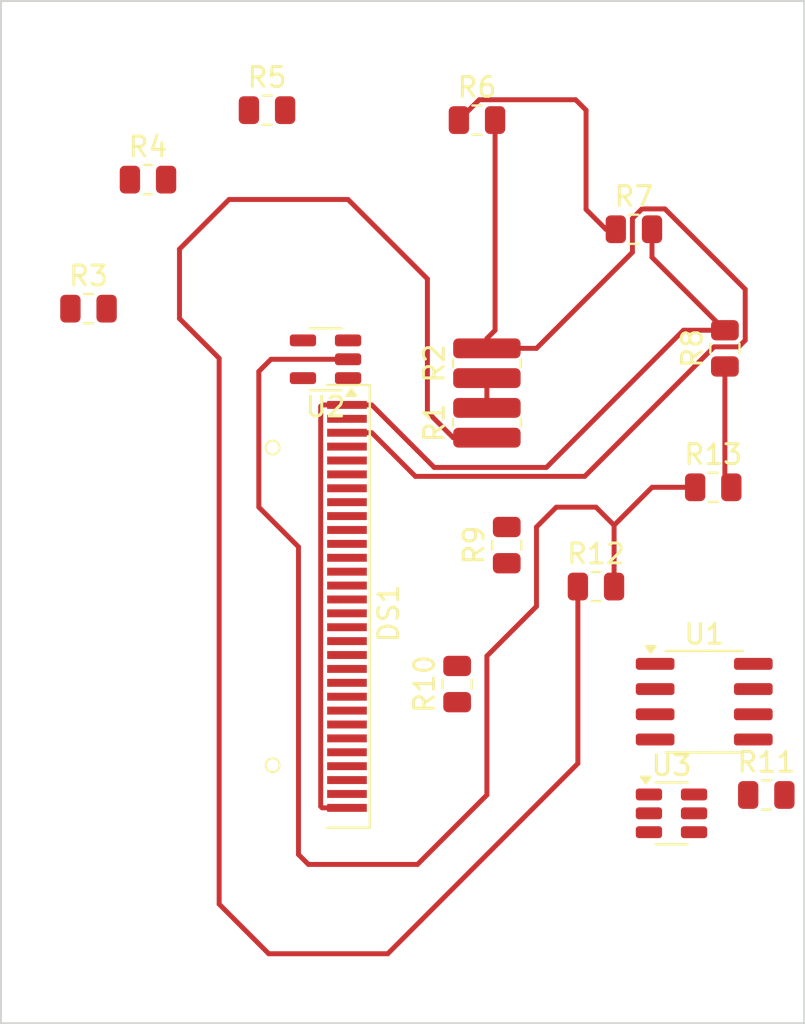
<source format=kicad_pcb>
(kicad_pcb (version 20240108) (generator "pcbnew") (generator_version "8.0")
  (layers (0 "F.Cu" signal) (31 "B.Cu" signal) (34 "B.Paste" user) (35 "F.Paste" user) (36 "B.SilkS" user "B.Silkscreen") (37 "F.SilkS" user "F.Silkscreen") (38 "B.Mask" user) (39 "F.Mask" user) (44 "Edge.Cuts" user))
  (net 0 "")
  (net 17 "Net-(DS1-GND-Pad1)")
  (net 30 "Net-(U2-V-)")
  (net 60 "Net-(R1-Pad1)")
  (net 61 "Net-(R1-Pad2)")
  (net 62 "Net-(R6-Pad1)")
  (net 63 "Net-(DS1-VCC)")
  (net 64 "Net-(R13-Pad2)")
  (footprint "Package_SO:SOIC-8_3.9x4.9mm_P1.27mm" (layer "F.Cu") (at 50.4575 70.8)
    (property "Reference" "U1" (at 0 -3.4 0) (layer "F.SilkS"))
    (property "Value" "LM555xM")
    (fp_line (start 0 -2.56) (end -1.95 -2.56) (stroke (width 0.12)) (layer "F.SilkS"))
    (fp_line (start 0 -2.56) (end 1.95 -2.56) (stroke (width 0.12)) (layer "F.SilkS"))
    (fp_line (start 0 2.56) (end -1.95 2.56) (stroke (width 0.12)) (layer "F.SilkS"))
    (fp_line (start 0 2.56) (end 1.95 2.56) (stroke (width 0.12)) (layer "F.SilkS"))
    (fp_poly (pts (xy -2.7 -2.465) (xy -2.94 -2.795) (xy -2.46 -2.795) (xy -2.7 -2.465)) (stroke (width 0.12)) (fill solid) (layer "F.SilkS"))
    (pad "1" smd roundrect (at -2.475 -1.905) (size 1.95 0.6) (layers "F.Cu" "F.Paste" "F.Mask"))
    (pad "2" smd roundrect (at -2.475 -0.635) (size 1.95 0.6) (layers "F.Cu" "F.Paste" "F.Mask"))
    (pad "3" smd roundrect (at -2.475 0.635) (size 1.95 0.6) (layers "F.Cu" "F.Paste" "F.Mask"))
    (pad "4" smd roundrect (at -2.475 1.905) (size 1.95 0.6) (layers "F.Cu" "F.Paste" "F.Mask"))
    (pad "5" smd roundrect (at 2.475 1.905) (size 1.95 0.6) (layers "F.Cu" "F.Paste" "F.Mask"))
    (pad "6" smd roundrect (at 2.475 0.635) (size 1.95 0.6) (layers "F.Cu" "F.Paste" "F.Mask"))
    (pad "7" smd roundrect (at 2.475 -0.635) (size 1.95 0.6) (layers "F.Cu" "F.Paste" "F.Mask"))
    (pad "8" smd roundrect (at 2.475 -1.905) (size 1.95 0.6) (layers "F.Cu" "F.Paste" "F.Mask"))
  )
  (footprint "Resistor_SMD:R_0805_2012Metric" (layer "F.Cu") (at 45 65)
    (property "Reference" "R12" (at 0 -1.65 0) (layer "F.SilkS"))
    (property "Value" "R")
    (fp_line (start -0.227064 -0.735) (end 0.227064 -0.735) (stroke (width 0.12)) (layer "F.SilkS"))
    (fp_line (start -0.227064 0.735) (end 0.227064 0.735) (stroke (width 0.12)) (layer "F.SilkS"))
    (pad "1" smd roundrect (at -0.9125 0) (size 1.025 1.4) (layers "F.Cu" "F.Paste" "F.Mask") (roundrect_rratio 0.243902) (net 60 "Net-(R1-Pad1)"))
    (pad "2" smd roundrect (at 0.9125 0) (size 1.025 1.4) (layers "F.Cu" "F.Paste" "F.Mask") (roundrect_rratio 0.243902) (net 30 "Net-(U2-V-)"))
  )
  (footprint "Resistor_SMD:R_0612_1632Metric" (layer "F.Cu") (at 39.5 56.75 90)
    (property "Reference" "R1" (at 0 -2.65 90) (layer "F.SilkS"))
    (property "Value" "R")
    (fp_line (start -0.182983 -1.71) (end 0.182983 -1.71) (stroke (width 0.12)) (layer "F.SilkS"))
    (fp_line (start -0.182983 1.71) (end 0.182983 1.71) (stroke (width 0.12)) (layer "F.SilkS"))
    (pad "1" smd roundrect (at -0.75 0 90) (size 1 3.4) (layers "F.Cu" "F.Paste" "F.Mask") (net 60 "Net-(R1-Pad1)"))
    (pad "2" smd roundrect (at 0.75 0 90) (size 1 3.4) (layers "F.Cu" "F.Paste" "F.Mask") (net 61 "Net-(R1-Pad2)"))
  )
  (footprint "Resistor_SMD:R_0805_2012Metric" (layer "F.Cu") (at 22.4125 44.5)
    (property "Reference" "R4" (at 0 -1.65 0) (layer "F.SilkS"))
    (property "Value" "R")
    (fp_line (start -0.227064 -0.735) (end 0.227064 -0.735) (stroke (width 0.12)) (layer "F.SilkS"))
    (fp_line (start -0.227064 0.735) (end 0.227064 0.735) (stroke (width 0.12)) (layer "F.SilkS"))
    (pad "1" smd roundrect (at -0.9125 0) (size 1.025 1.4) (layers "F.Cu" "F.Paste" "F.Mask") (roundrect_rratio 0.243902))
    (pad "2" smd roundrect (at 0.9125 0) (size 1.025 1.4) (layers "F.Cu" "F.Paste" "F.Mask") (roundrect_rratio 0.243902))
  )
  (footprint "Package_TO_SOT_SMD:SOT-23-6" (layer "F.Cu") (at 48.8075 76.425)
    (property "Reference" "U3" (at 0 -2.4 0) (layer "F.SilkS"))
    (property "Value" "ADA4841-1YRJ")
    (fp_line (start 0 -1.56) (end -0.8 -1.56) (stroke (width 0.12)) (layer "F.SilkS"))
    (fp_line (start 0 -1.56) (end 0.8 -1.56) (stroke (width 0.12)) (layer "F.SilkS"))
    (fp_line (start 0 1.56) (end -0.8 1.56) (stroke (width 0.12)) (layer "F.SilkS"))
    (fp_line (start 0 1.56) (end 0.8 1.56) (stroke (width 0.12)) (layer "F.SilkS"))
    (fp_poly (pts (xy -1.3 -1.51) (xy -1.54 -1.84) (xy -1.06 -1.84) (xy -1.3 -1.51)) (stroke (width 0.12)) (fill solid) (layer "F.SilkS"))
    (pad "1" smd roundrect (at -1.1375 -0.95) (size 1.325 0.6) (layers "F.Cu" "F.Paste" "F.Mask"))
    (pad "2" smd roundrect (at -1.1375 0) (size 1.325 0.6) (layers "F.Cu" "F.Paste" "F.Mask"))
    (pad "3" smd roundrect (at -1.1375 0.95) (size 1.325 0.6) (layers "F.Cu" "F.Paste" "F.Mask"))
    (pad "4" smd roundrect (at 1.1375 0.95) (size 1.325 0.6) (layers "F.Cu" "F.Paste" "F.Mask"))
    (pad "5" smd roundrect (at 1.1375 0) (size 1.325 0.6) (layers "F.Cu" "F.Paste" "F.Mask"))
    (pad "6" smd roundrect (at 1.1375 -0.95) (size 1.325 0.6) (layers "F.Cu" "F.Paste" "F.Mask"))
  )
  (footprint "Resistor_SMD:R_0612_1632Metric" (layer "F.Cu") (at 39.5 53.75 90)
    (property "Reference" "R2" (at 0 -2.65 90) (layer "F.SilkS"))
    (property "Value" "R")
    (fp_line (start -0.182983 -1.71) (end 0.182983 -1.71) (stroke (width 0.12)) (layer "F.SilkS"))
    (fp_line (start -0.182983 1.71) (end 0.182983 1.71) (stroke (width 0.12)) (layer "F.SilkS"))
    (pad "1" smd roundrect (at -0.75 0 90) (size 1 3.4) (layers "F.Cu" "F.Paste" "F.Mask") (net 61 "Net-(R1-Pad2)"))
    (pad "2" smd roundrect (at 0.75 0 90) (size 1 3.4) (layers "F.Cu" "F.Paste" "F.Mask") (net 63 "Net-(DS1-VCC)"))
  )
  (footprint "Resistor_SMD:R_0805_2012Metric" (layer "F.Cu") (at 50.9125 60)
    (property "Reference" "R13" (at 0 -1.65 0) (layer "F.SilkS"))
    (property "Value" "R")
    (fp_line (start -0.227064 -0.735) (end 0.227064 -0.735) (stroke (width 0.12)) (layer "F.SilkS"))
    (fp_line (start -0.227064 0.735) (end 0.227064 0.735) (stroke (width 0.12)) (layer "F.SilkS"))
    (pad "1" smd roundrect (at -0.9125 0) (size 1.025 1.4) (layers "F.Cu" "F.Paste" "F.Mask") (roundrect_rratio 0.243902) (net 30 "Net-(U2-V-)"))
    (pad "2" smd roundrect (at 0.9125 0) (size 1.025 1.4) (layers "F.Cu" "F.Paste" "F.Mask") (roundrect_rratio 0.243902) (net 64 "Net-(R13-Pad2)"))
  )
  (footprint "Resistor_SMD:R_0805_2012Metric" (layer "F.Cu") (at 39 41.5)
    (property "Reference" "R6" (at 0 -1.65 0) (layer "F.SilkS"))
    (property "Value" "R")
    (fp_line (start -0.227064 -0.735) (end 0.227064 -0.735) (stroke (width 0.12)) (layer "F.SilkS"))
    (fp_line (start -0.227064 0.735) (end 0.227064 0.735) (stroke (width 0.12)) (layer "F.SilkS"))
    (pad "1" smd roundrect (at -0.9125 0) (size 1.025 1.4) (layers "F.Cu" "F.Paste" "F.Mask") (roundrect_rratio 0.243902) (net 62 "Net-(R6-Pad1)"))
    (pad "2" smd roundrect (at 0.9125 0) (size 1.025 1.4) (layers "F.Cu" "F.Paste" "F.Mask") (roundrect_rratio 0.243902) (net 63 "Net-(DS1-VCC)"))
  )
  (footprint "Resistor_SMD:R_0805_2012Metric" (layer "F.Cu") (at 53.5875 75.5)
    (property "Reference" "R11" (at 0 -1.65 0) (layer "F.SilkS"))
    (property "Value" "R")
    (fp_line (start -0.227064 -0.735) (end 0.227064 -0.735) (stroke (width 0.12)) (layer "F.SilkS"))
    (fp_line (start -0.227064 0.735) (end 0.227064 0.735) (stroke (width 0.12)) (layer "F.SilkS"))
    (pad "1" smd roundrect (at -0.9125 0) (size 1.025 1.4) (layers "F.Cu" "F.Paste" "F.Mask") (roundrect_rratio 0.243902))
    (pad "2" smd roundrect (at 0.9125 0) (size 1.025 1.4) (layers "F.Cu" "F.Paste" "F.Mask") (roundrect_rratio 0.243902))
  )
  (footprint "Resistor_SMD:R_0805_2012Metric" (layer "F.Cu") (at 40.5 62.9125 90)
    (property "Reference" "R9" (at 0 -1.65 90) (layer "F.SilkS"))
    (property "Value" "R")
    (fp_line (start -0.227064 -0.735) (end 0.227064 -0.735) (stroke (width 0.12)) (layer "F.SilkS"))
    (fp_line (start -0.227064 0.735) (end 0.227064 0.735) (stroke (width 0.12)) (layer "F.SilkS"))
    (pad "1" smd roundrect (at -0.9125 0 90) (size 1.025 1.4) (layers "F.Cu" "F.Paste" "F.Mask") (roundrect_rratio 0.243902))
    (pad "2" smd roundrect (at 0.9125 0 90) (size 1.025 1.4) (layers "F.Cu" "F.Paste" "F.Mask") (roundrect_rratio 0.243902))
  )
  (footprint "Resistor_SMD:R_0805_2012Metric" (layer "F.Cu") (at 19.4125 51)
    (property "Reference" "R3" (at 0 -1.65 0) (layer "F.SilkS"))
    (property "Value" "R")
    (fp_line (start -0.227064 -0.735) (end 0.227064 -0.735) (stroke (width 0.12)) (layer "F.SilkS"))
    (fp_line (start -0.227064 0.735) (end 0.227064 0.735) (stroke (width 0.12)) (layer "F.SilkS"))
    (pad "1" smd roundrect (at -0.9125 0) (size 1.025 1.4) (layers "F.Cu" "F.Paste" "F.Mask") (roundrect_rratio 0.243902))
    (pad "2" smd roundrect (at 0.9125 0) (size 1.025 1.4) (layers "F.Cu" "F.Paste" "F.Mask") (roundrect_rratio 0.243902))
  )
  (footprint "Resistor_SMD:R_0805_2012Metric" (layer "F.Cu") (at 38 69.9125 90)
    (property "Reference" "R10" (at 0 -1.65 90) (layer "F.SilkS"))
    (property "Value" "R")
    (fp_line (start -0.227064 -0.735) (end 0.227064 -0.735) (stroke (width 0.12)) (layer "F.SilkS"))
    (fp_line (start -0.227064 0.735) (end 0.227064 0.735) (stroke (width 0.12)) (layer "F.SilkS"))
    (pad "1" smd roundrect (at -0.9125 0 90) (size 1.025 1.4) (layers "F.Cu" "F.Paste" "F.Mask") (roundrect_rratio 0.243902))
    (pad "2" smd roundrect (at 0.9125 0 90) (size 1.025 1.4) (layers "F.Cu" "F.Paste" "F.Mask") (roundrect_rratio 0.243902))
  )
  (footprint "Package_TO_SOT_SMD:SOT-23-5" (layer "F.Cu") (at 31.3625 53.55 180)
    (property "Reference" "U2" (at 0 -2.4 0) (layer "F.SilkS"))
    (property "Value" "LM397")
    (fp_line (start 0 1.56) (end 0.8 1.56) (stroke (width 0.12)) (layer "F.SilkS"))
    (fp_line (start 0 1.56) (end -0.8 1.56) (stroke (width 0.12)) (layer "F.SilkS"))
    (fp_line (start 0 -1.56) (end 0.8 -1.56) (stroke (width 0.12)) (layer "F.SilkS"))
    (fp_line (start 0 -1.56) (end -0.8 -1.56) (stroke (width 0.12)) (layer "F.SilkS"))
    (fp_poly (pts (xy -1.3 -1.51) (xy -1.54 -1.84) (xy -1.06 -1.84) (xy -1.3 -1.51)) (stroke (width 0.12)) (fill solid) (layer "F.SilkS"))
    (pad "1" smd roundrect (at -1.1375 -0.95 180) (size 1.325 0.6) (layers "F.Cu" "F.Paste" "F.Mask"))
    (pad "2" smd roundrect (at -1.1375 0 180) (size 1.325 0.6) (layers "F.Cu" "F.Paste" "F.Mask") (net 30 "Net-(U2-V-)"))
    (pad "3" smd roundrect (at -1.1375 0.95 180) (size 1.325 0.6) (layers "F.Cu" "F.Paste" "F.Mask"))
    (pad "4" smd roundrect (at 1.1375 0.95 180) (size 1.325 0.6) (layers "F.Cu" "F.Paste" "F.Mask"))
    (pad "5" smd roundrect (at 1.1375 -0.95 180) (size 1.325 0.6) (layers "F.Cu" "F.Paste" "F.Mask"))
  )
  (footprint "Resistor_SMD:R_0805_2012Metric" (layer "F.Cu") (at 28.4125 41)
    (property "Reference" "R5" (at 0 -1.65 0) (layer "F.SilkS"))
    (property "Value" "R")
    (fp_line (start -0.227064 -0.735) (end 0.227064 -0.735) (stroke (width 0.12)) (layer "F.SilkS"))
    (fp_line (start -0.227064 0.735) (end 0.227064 0.735) (stroke (width 0.12)) (layer "F.SilkS"))
    (pad "1" smd roundrect (at -0.9125 0) (size 1.025 1.4) (layers "F.Cu" "F.Paste" "F.Mask") (roundrect_rratio 0.243902))
    (pad "2" smd roundrect (at 0.9125 0) (size 1.025 1.4) (layers "F.Cu" "F.Paste" "F.Mask") (roundrect_rratio 0.243902))
  )
  (footprint "Display:OLED-128O064D" (layer "F.Cu") (at 32.445 66 90)
    (property "Reference" "DS1" (at -0.35 2.1 90) (layer "F.SilkS"))
    (property "Value" "OLED-128O064D")
    (fp_line (start -11.15 -1) (end -11.15 1.15) (stroke (width 0.12)) (layer "F.SilkS"))
    (fp_line (start 11.15 1.15) (end 11.15 -1) (stroke (width 0.12)) (layer "F.SilkS"))
    (fp_line (start -11.15 1.15) (end 11.15 1.15) (stroke (width 0.12)) (layer "F.SilkS"))
    (fp_circle (center 8 -3.75) (end 8.35 -3.75) (stroke (width 0.1)) (fill none) (layer "F.SilkS"))
    (fp_circle (center -8 -3.75) (end -7.65 -3.75) (stroke (width 0.1)) (fill none) (layer "F.SilkS"))
    (pad "1" smd rect (at -10.15 0 90) (size 0.4 2) (layers "F.Cu" "F.Paste" "F.Mask") (net 17 "Net-(DS1-GND-Pad1)"))
    (pad "2" smd rect (at -9.45 0 90) (size 0.4 2) (layers "F.Cu" "F.Paste" "F.Mask"))
    (pad "3" smd rect (at -8.75 0 90) (size 0.4 2) (layers "F.Cu" "F.Paste" "F.Mask"))
    (pad "4" smd rect (at -8.05 0 90) (size 0.4 2) (layers "F.Cu" "F.Paste" "F.Mask"))
    (pad "5" smd rect (at -7.35 0 90) (size 0.4 2) (layers "F.Cu" "F.Paste" "F.Mask"))
    (pad "6" smd rect (at -6.65 0 90) (size 0.4 2) (layers "F.Cu" "F.Paste" "F.Mask"))
    (pad "7" smd rect (at -5.95 0 90) (size 0.4 2) (layers "F.Cu" "F.Paste" "F.Mask"))
    (pad "8" smd rect (at -5.25 0 90) (size 0.4 2) (layers "F.Cu" "F.Paste" "F.Mask"))
    (pad "9" smd rect (at -4.55 0 90) (size 0.4 2) (layers "F.Cu" "F.Paste" "F.Mask"))
    (pad "10" smd rect (at -3.85 0 90) (size 0.4 2) (layers "F.Cu" "F.Paste" "F.Mask"))
    (pad "11" smd rect (at -3.15 0 90) (size 0.4 2) (layers "F.Cu" "F.Paste" "F.Mask"))
    (pad "12" smd rect (at -2.45 0 90) (size 0.4 2) (layers "F.Cu" "F.Paste" "F.Mask"))
    (pad "13" smd rect (at -1.75 0 90) (size 0.4 2) (layers "F.Cu" "F.Paste" "F.Mask"))
    (pad "14" smd rect (at -1.05 0 90) (size 0.4 2) (layers "F.Cu" "F.Paste" "F.Mask"))
    (pad "15" smd rect (at -0.35 0 90) (size 0.4 2) (layers "F.Cu" "F.Paste" "F.Mask"))
    (pad "16" smd rect (at 0.35 0 90) (size 0.4 2) (layers "F.Cu" "F.Paste" "F.Mask"))
    (pad "17" smd rect (at 1.05 0 90) (size 0.4 2) (layers "F.Cu" "F.Paste" "F.Mask"))
    (pad "18" smd rect (at 1.75 0 90) (size 0.4 2) (layers "F.Cu" "F.Paste" "F.Mask"))
    (pad "19" smd rect (at 2.45 0 90) (size 0.4 2) (layers "F.Cu" "F.Paste" "F.Mask"))
    (pad "20" smd rect (at 3.15 0 90) (size 0.4 2) (layers "F.Cu" "F.Paste" "F.Mask"))
    (pad "21" smd rect (at 3.85 0 90) (size 0.4 2) (layers "F.Cu" "F.Paste" "F.Mask"))
    (pad "22" smd rect (at 4.55 0 90) (size 0.4 2) (layers "F.Cu" "F.Paste" "F.Mask"))
    (pad "23" smd rect (at 5.25 0 90) (size 0.4 2) (layers "F.Cu" "F.Paste" "F.Mask"))
    (pad "24" smd rect (at 5.95 0 90) (size 0.4 2) (layers "F.Cu" "F.Paste" "F.Mask"))
    (pad "25" smd rect (at 6.65 0 90) (size 0.4 2) (layers "F.Cu" "F.Paste" "F.Mask"))
    (pad "26" smd rect (at 7.35 0 90) (size 0.4 2) (layers "F.Cu" "F.Paste" "F.Mask"))
    (pad "27" smd rect (at 8.05 0 90) (size 0.4 2) (layers "F.Cu" "F.Paste" "F.Mask"))
    (pad "28" smd rect (at 8.75 0 90) (size 0.4 2) (layers "F.Cu" "F.Paste" "F.Mask") (net 63 "Net-(DS1-VCC)"))
    (pad "29" smd rect (at 9.45 0 90) (size 0.4 2) (layers "F.Cu" "F.Paste" "F.Mask"))
    (pad "30" smd rect (at 10.15 0 90) (size 0.4 2) (layers "F.Cu" "F.Paste" "F.Mask") (net 17 "Net-(DS1-GND-Pad1)"))
  )
  (footprint "Resistor_SMD:R_0805_2012Metric" (layer "F.Cu") (at 51.5 53 90)
    (property "Reference" "R8" (at 0 -1.65 90) (layer "F.SilkS"))
    (property "Value" "R")
    (fp_line (start -0.227064 -0.735) (end 0.227064 -0.735) (stroke (width 0.12)) (layer "F.SilkS"))
    (fp_line (start -0.227064 0.735) (end 0.227064 0.735) (stroke (width 0.12)) (layer "F.SilkS"))
    (pad "1" smd roundrect (at -0.9125 0 90) (size 1.025 1.4) (layers "F.Cu" "F.Paste" "F.Mask") (roundrect_rratio 0.243902) (net 64 "Net-(R13-Pad2)"))
    (pad "2" smd roundrect (at 0.9125 0 90) (size 1.025 1.4) (layers "F.Cu" "F.Paste" "F.Mask") (roundrect_rratio 0.243902) (net 17 "Net-(DS1-GND-Pad1)"))
  )
  (footprint "Resistor_SMD:R_0805_2012Metric" (layer "F.Cu") (at 46.9125 47)
    (property "Reference" "R7" (at 0 -1.65 0) (layer "F.SilkS"))
    (property "Value" "R")
    (fp_line (start -0.227064 -0.735) (end 0.227064 -0.735) (stroke (width 0.12)) (layer "F.SilkS"))
    (fp_line (start -0.227064 0.735) (end 0.227064 0.735) (stroke (width 0.12)) (layer "F.SilkS"))
    (pad "1" smd roundrect (at -0.9125 0) (size 1.025 1.4) (layers "F.Cu" "F.Paste" "F.Mask") (roundrect_rratio 0.243902) (net 62 "Net-(R6-Pad1)"))
    (pad "2" smd roundrect (at 0.9125 0) (size 1.025 1.4) (layers "F.Cu" "F.Paste" "F.Mask") (roundrect_rratio 0.243902) (net 17 "Net-(DS1-GND-Pad1)"))
  )
  (gr_rect (start 15 35.5) (end 55.5 87) (stroke (width 0.1)) (fill none) (layer "Edge.Cuts"))
  (segment (start 31.195 76.15) (end 31.12 76.075) (width 0.25) (layer "F.Cu") (net 17))
  (segment (start 32.445 55.85) (end 33.695 55.85) (width 0.25) (layer "F.Cu") (net 17))
  (segment (start 47.825 48.4125) (end 51.5 52.0875) (width 0.25) (layer "F.Cu") (net 17))
  (segment (start 33.695 55.85) (end 36.845 59) (width 0.25) (layer "F.Cu") (net 17))
  (segment (start 31.195 55.85) (end 32.445 55.85) (width 0.25) (layer "F.Cu") (net 17))
  (segment (start 32.445 76.15) (end 31.195 76.15) (width 0.25) (layer "F.Cu") (net 17))
  (segment (start 31.12 76.075) (end 31.12 55.925) (width 0.25) (layer "F.Cu") (net 17))
  (segment (start 31.12 55.925) (end 31.195 55.85) (width 0.25) (layer "F.Cu") (net 17))
  (segment (start 36.845 59) (end 42.5 59) (width 0.25) (layer "F.Cu") (net 17))
  (segment (start 47.825 47) (end 47.825 48.4125) (width 0.25) (layer "F.Cu") (net 17))
  (segment (start 49.4125 52.0875) (end 42.5 59) (width 0.25) (layer "F.Cu") (net 17))
  (segment (start 51.5 52.0875) (end 49.4125 52.0875) (width 0.25) (layer "F.Cu") (net 17))
  (segment (start 30 63) (end 30 78.5) (width 0.25) (layer "F.Cu") (net 30))
  (segment (start 28.611592 53.55) (end 28 54.161592) (width 0.25) (layer "F.Cu") (net 30))
  (segment (start 32.5 53.55) (end 28.611592 53.55) (width 0.25) (layer "F.Cu") (net 30))
  (segment (start 28 61) (end 30 63) (width 0.25) (layer "F.Cu") (net 30))
  (segment (start 45 61) (end 45.9125 61.9125) (width 0.25) (layer "F.Cu") (net 30))
  (segment (start 39.5 75.5) (end 39.5 68.5) (width 0.25) (layer "F.Cu") (net 30))
  (segment (start 50 60) (end 47.825 60) (width 0.25) (layer "F.Cu") (net 30))
  (segment (start 42 66) (end 42 62) (width 0.25) (layer "F.Cu") (net 30))
  (segment (start 30.5 79) (end 36 79) (width 0.25) (layer "F.Cu") (net 30))
  (segment (start 42 62) (end 43 61) (width 0.25) (layer "F.Cu") (net 30))
  (segment (start 30 78.5) (end 30.5 79) (width 0.25) (layer "F.Cu") (net 30))
  (segment (start 28 54.161592) (end 28 61) (width 0.25) (layer "F.Cu") (net 30))
  (segment (start 39.5 68.5) (end 42 66) (width 0.25) (layer "F.Cu") (net 30))
  (segment (start 43 61) (end 45 61) (width 0.25) (layer "F.Cu") (net 30))
  (segment (start 47.825 60) (end 45.9125 61.9125) (width 0.25) (layer "F.Cu") (net 30))
  (segment (start 36 79) (end 39.5 75.5) (width 0.25) (layer "F.Cu") (net 30))
  (segment (start 45.9125 61.9125) (end 45.9125 65) (width 0.25) (layer "F.Cu") (net 30))
  (segment (start 26 81) (end 26 53.5) (width 0.25) (layer "F.Cu") (net 60))
  (segment (start 37.8 57.5) (end 39.5 57.5) (width 0.25) (layer "F.Cu") (net 60))
  (segment (start 36.5 56.2) (end 37.8 57.5) (width 0.25) (layer "F.Cu") (net 60))
  (segment (start 26 53.5) (end 24 51.5) (width 0.25) (layer "F.Cu") (net 60))
  (segment (start 32.5 45.5) (end 36.5 49.5) (width 0.25) (layer "F.Cu") (net 60))
  (segment (start 28.5 83.5) (end 26 81) (width 0.25) (layer "F.Cu") (net 60))
  (segment (start 44.0875 73.9125) (end 34.5 83.5) (width 0.25) (layer "F.Cu") (net 60))
  (segment (start 24 48) (end 26.5 45.5) (width 0.25) (layer "F.Cu") (net 60))
  (segment (start 26.5 45.5) (end 32.5 45.5) (width 0.25) (layer "F.Cu") (net 60))
  (segment (start 36.5 49.5) (end 36.5 56.2) (width 0.25) (layer "F.Cu") (net 60))
  (segment (start 24 51.5) (end 24 48) (width 0.25) (layer "F.Cu") (net 60))
  (segment (start 34.5 83.5) (end 28.5 83.5) (width 0.25) (layer "F.Cu") (net 60))
  (segment (start 44.0875 65) (end 44.0875 73.9125) (width 0.25) (layer "F.Cu") (net 60))
  (segment (start 39.5 56) (end 39.5 54.5) (width 0.25) (layer "F.Cu") (net 61))
  (segment (start 44.5 41) (end 44.5 46) (width 0.25) (layer "F.Cu") (net 62))
  (segment (start 45.5 47) (end 46 47) (width 0.25) (layer "F.Cu") (net 62))
  (segment (start 39.1125 40.475) (end 43.975 40.475) (width 0.25) (layer "F.Cu") (net 62))
  (segment (start 43.975 40.475) (end 44.5 41) (width 0.25) (layer "F.Cu") (net 62))
  (segment (start 38.0875 41.5) (end 39.1125 40.475) (width 0.25) (layer "F.Cu") (net 62))
  (segment (start 44.5 46) (end 45.5 47) (width 0.25) (layer "F.Cu") (net 62))
  (segment (start 46.8375 48.1625) (end 42 53) (width 0.25) (layer "F.Cu") (net 63))
  (segment (start 44.4299 59.45) (end 50.9549 52.925) (width 0.25) (layer "F.Cu") (net 63))
  (segment (start 50.9549 52.925) (end 52.1951 52.925) (width 0.25) (layer "F.Cu") (net 63))
  (segment (start 52.1951 52.925) (end 52.525 52.5951) (width 0.25) (layer "F.Cu") (net 63))
  (segment (start 48.475 45.975) (end 47.3174 45.975) (width 0.25) (layer "F.Cu") (net 63))
  (segment (start 33.695 57.25) (end 35.895 59.45) (width 0.25) (layer "F.Cu") (net 63))
  (segment (start 39.5 52.5) (end 39.9125 52.0875) (width 0.25) (layer "F.Cu") (net 63))
  (segment (start 39.5 53) (end 39.5 52.5) (width 0.25) (layer "F.Cu") (net 63))
  (segment (start 32.445 57.25) (end 33.695 57.25) (width 0.25) (layer "F.Cu") (net 63))
  (segment (start 35.895 59.45) (end 44.4299 59.45) (width 0.25) (layer "F.Cu") (net 63))
  (segment (start 42 53) (end 39.5 53) (width 0.25) (layer "F.Cu") (net 63))
  (segment (start 46.8375 46.4549) (end 46.8375 48.1625) (width 0.25) (layer "F.Cu") (net 63))
  (segment (start 47.3174 45.975) (end 46.8375 46.4549) (width 0.25) (layer "F.Cu") (net 63))
  (segment (start 52.525 52.5951) (end 52.525 50.025) (width 0.25) (layer "F.Cu") (net 63))
  (segment (start 52.525 50.025) (end 48.475 45.975) (width 0.25) (layer "F.Cu") (net 63))
  (segment (start 39.9125 52.0875) (end 39.9125 41.5) (width 0.25) (layer "F.Cu") (net 63))
  (segment (start 51.5 53.9125) (end 51.5 59.675) (width 0.25) (layer "F.Cu") (net 64))
  (segment (start 51.5 59.675) (end 51.825 60) (width 0.25) (layer "F.Cu") (net 64))
)
</source>
